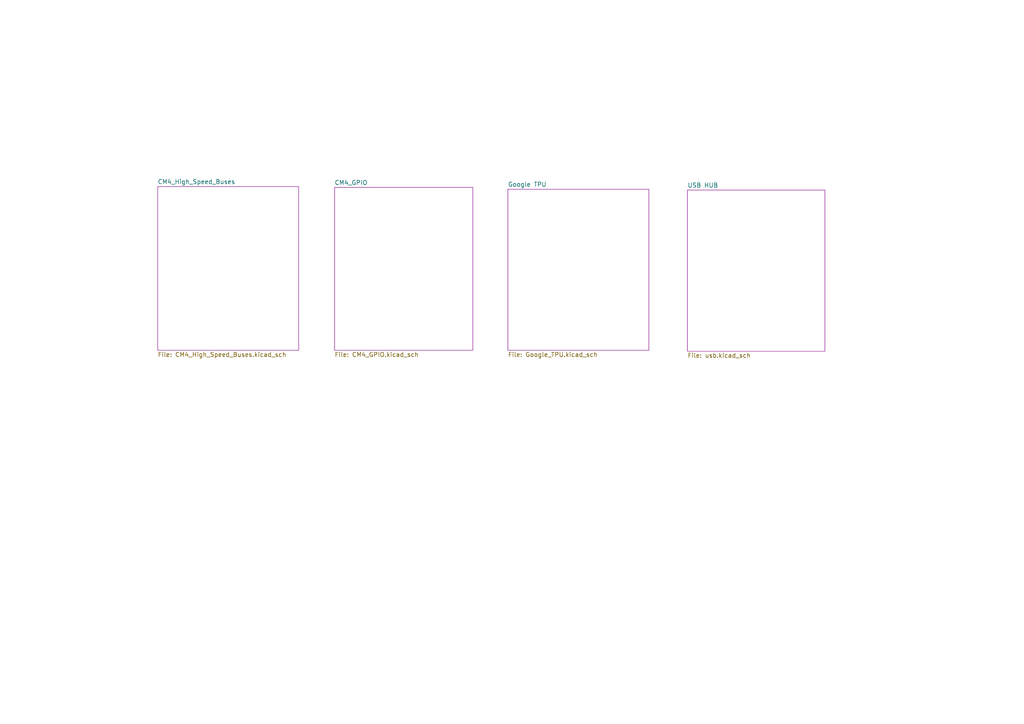
<source format=kicad_sch>
(kicad_sch (version 20210126) (generator eeschema)
  (paper "A4")
  (lib_symbols)
  (sheet (at 97.028 54.356) (size 40.132 47.244) (stroke (width 0.0006) (color 132 0 132 1)) (fill (color 255 255 255 0.0000))
    (property "Sheet name" "CM4_GPIO" (at 97.028 53.7203 0) (effects (justify left bottom)))
    (property "Sheet file" "CM4_GPIO.kicad_sch" (at 97.028 102.1087 0) (effects (justify left top)))
  )
  (sheet (at 45.72 54.102) (size 40.894 47.498) (stroke (width 0.0006) (color 132 0 132 1)) (fill (color 255 255 255 0.0000))
    (property "Sheet name" "CM4_High_Speed_Buses" (at 45.72 53.4663 0) (effects (justify left bottom)))
    (property "Sheet file" "CM4_High_Speed_Buses.kicad_sch" (at 45.72 102.1087 0) (effects (justify left top)))
  )
  (sheet (at 147.32 54.864) (size 40.894 46.736) (stroke (width 0.0006) (color 132 0 132 1)) (fill (color 255 255 255 0.0000))
    (property "Sheet name" "Google TPU" (at 147.32 54.2283 0) (effects (justify left bottom)))
    (property "Sheet file" "Google_TPU.kicad_sch" (at 147.32 102.1087 0) (effects (justify left top)))
  )
  (sheet (at 199.39 55.118) (size 39.878 46.736) (stroke (width 0.0006) (color 132 0 132 1)) (fill (color 255 255 255 0.0000))
    (property "Sheet name" "USB HUB" (at 199.39 54.4823 0) (effects (justify left bottom)))
    (property "Sheet file" "usb.kicad_sch" (at 199.39 102.3627 0) (effects (justify left top)))
  )
)
</source>
